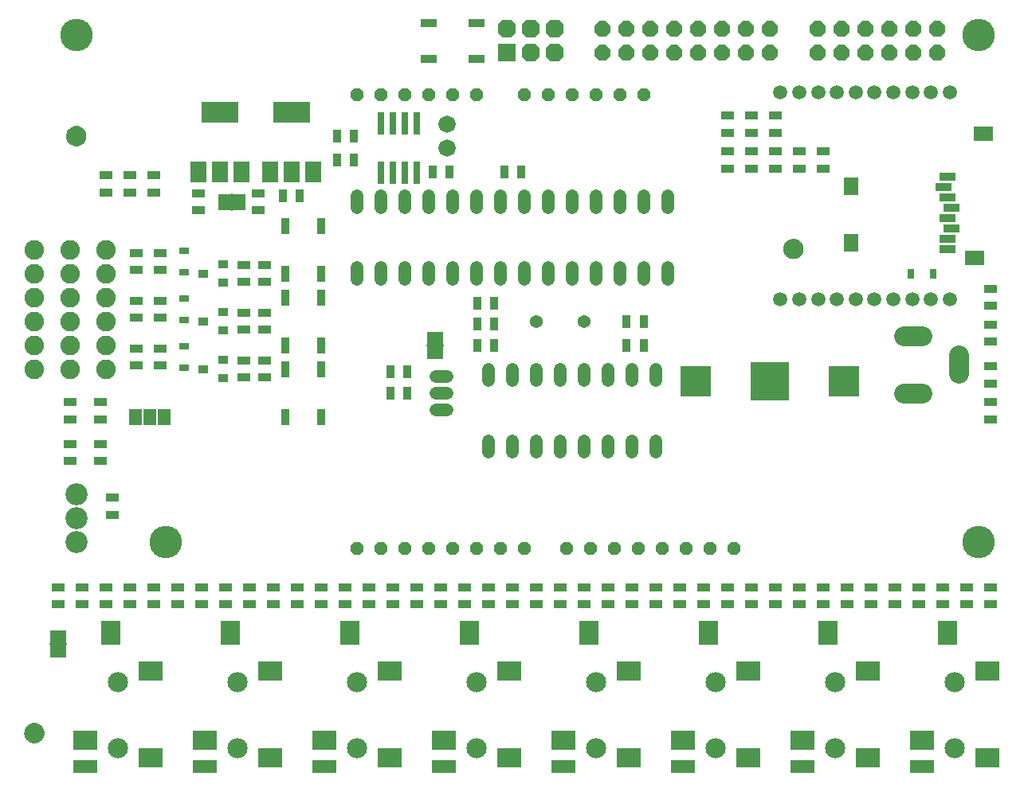
<source format=gts>
G75*
G70*
%OFA0B0*%
%FSLAX24Y24*%
%IPPOS*%
%LPD*%
%AMOC8*
5,1,8,0,0,1.08239X$1,22.5*
%
%ADD10C,0.1360*%
%ADD11C,0.0540*%
%ADD12R,0.0760X0.0760*%
%ADD13OC8,0.0760*%
%ADD14C,0.0820*%
%ADD15C,0.0920*%
%ADD16OC8,0.0660*%
%ADD17OC8,0.0560*%
%ADD18R,0.0808X0.0611*%
%ADD19R,0.0611X0.0769*%
%ADD20R,0.0651X0.0336*%
%ADD21R,0.0660X0.0360*%
%ADD22R,0.0532X0.0375*%
%ADD23R,0.0690X0.0520*%
%ADD24R,0.0720X0.0060*%
%ADD25R,0.0375X0.0532*%
%ADD26C,0.0520*%
%ADD27R,0.0414X0.0375*%
%ADD28R,0.0387X0.0308*%
%ADD29R,0.0520X0.0690*%
%ADD30C,0.0540*%
%ADD31R,0.1044X0.0847*%
%ADD32R,0.0847X0.1044*%
%ADD33R,0.1044X0.0532*%
%ADD34C,0.0847*%
%ADD35C,0.0847*%
%ADD36R,0.0650X0.0850*%
%ADD37R,0.1560X0.0850*%
%ADD38C,0.0590*%
%ADD39R,0.0060X0.0720*%
%ADD40R,0.0300X0.0930*%
%ADD41R,0.1620X0.1620*%
%ADD42R,0.1310X0.1310*%
%ADD43C,0.0720*%
%ADD44C,0.0050*%
%ADD45R,0.0360X0.0660*%
%ADD46R,0.0308X0.0387*%
D10*
X008170Y011410D03*
X004420Y032660D03*
X042170Y032660D03*
X042170Y011410D03*
D11*
X028670Y015170D02*
X028670Y015650D01*
X027670Y015650D02*
X027670Y015170D01*
X026670Y015170D02*
X026670Y015650D01*
X025670Y015650D02*
X025670Y015170D01*
X024670Y015170D02*
X024670Y015650D01*
X023670Y015650D02*
X023670Y015170D01*
X022670Y015170D02*
X022670Y015650D01*
X021670Y015650D02*
X021670Y015170D01*
X021670Y018170D02*
X021670Y018650D01*
X022670Y018650D02*
X022670Y018170D01*
X023670Y018170D02*
X023670Y018650D01*
X024670Y018650D02*
X024670Y018170D01*
X025670Y018170D02*
X025670Y018650D01*
X026670Y018650D02*
X026670Y018170D01*
X027670Y018170D02*
X027670Y018650D01*
X028670Y018650D02*
X028670Y018170D01*
X028170Y022420D02*
X028170Y022900D01*
X027170Y022900D02*
X027170Y022420D01*
X026170Y022420D02*
X026170Y022900D01*
X025170Y022900D02*
X025170Y022420D01*
X024170Y022420D02*
X024170Y022900D01*
X023170Y022900D02*
X023170Y022420D01*
X022170Y022420D02*
X022170Y022900D01*
X021170Y022900D02*
X021170Y022420D01*
X020170Y022420D02*
X020170Y022900D01*
X019170Y022900D02*
X019170Y022420D01*
X018170Y022420D02*
X018170Y022900D01*
X017170Y022900D02*
X017170Y022420D01*
X016170Y022420D02*
X016170Y022900D01*
X016170Y025420D02*
X016170Y025900D01*
X017170Y025900D02*
X017170Y025420D01*
X018170Y025420D02*
X018170Y025900D01*
X019170Y025900D02*
X019170Y025420D01*
X020170Y025420D02*
X020170Y025900D01*
X021170Y025900D02*
X021170Y025420D01*
X022170Y025420D02*
X022170Y025900D01*
X023170Y025900D02*
X023170Y025420D01*
X024170Y025420D02*
X024170Y025900D01*
X025170Y025900D02*
X025170Y025420D01*
X026170Y025420D02*
X026170Y025900D01*
X027170Y025900D02*
X027170Y025420D01*
X028170Y025420D02*
X028170Y025900D01*
X029170Y025900D02*
X029170Y025420D01*
X029170Y022900D02*
X029170Y022420D01*
D12*
X022420Y031910D03*
D13*
X023420Y031910D03*
X024420Y031910D03*
X024420Y032910D03*
X023420Y032910D03*
X022420Y032910D03*
D14*
X005670Y023660D03*
X005670Y022660D03*
X005670Y021660D03*
X005670Y020660D03*
X005670Y019660D03*
X005670Y018660D03*
X004170Y018660D03*
X004170Y019660D03*
X004170Y020660D03*
X004170Y021660D03*
X004170Y022660D03*
X004170Y023660D03*
X002670Y023660D03*
X002670Y022660D03*
X002670Y021660D03*
X002670Y020660D03*
X002670Y019660D03*
X002670Y018660D03*
D15*
X004420Y013410D03*
X004420Y012410D03*
X004420Y011410D03*
D16*
X026420Y031910D03*
X027420Y031910D03*
X028420Y031910D03*
X029420Y031910D03*
X030420Y031910D03*
X031420Y031910D03*
X032420Y031910D03*
X032420Y032910D03*
X031420Y032910D03*
X030420Y032910D03*
X029420Y032910D03*
X028420Y032910D03*
X027420Y032910D03*
X026420Y032910D03*
X033420Y032910D03*
X033420Y031910D03*
X035420Y031910D03*
X036420Y031910D03*
X037420Y031910D03*
X038420Y031910D03*
X038420Y032910D03*
X037420Y032910D03*
X036420Y032910D03*
X035420Y032910D03*
X039420Y032910D03*
X040420Y032910D03*
X040420Y031910D03*
X039420Y031910D03*
D17*
X028170Y030160D03*
X027170Y030160D03*
X026170Y030160D03*
X025170Y030160D03*
X024170Y030160D03*
X023170Y030160D03*
X021170Y030160D03*
X020170Y030160D03*
X019170Y030160D03*
X018170Y030160D03*
X017170Y030160D03*
X016170Y030160D03*
X016170Y011160D03*
X017170Y011160D03*
X018170Y011160D03*
X019170Y011160D03*
X020170Y011160D03*
X021170Y011160D03*
X022170Y011160D03*
X023170Y011160D03*
X024920Y011160D03*
X025920Y011160D03*
X026920Y011160D03*
X027920Y011160D03*
X028920Y011160D03*
X029920Y011160D03*
X030920Y011160D03*
X031920Y011160D03*
D18*
X042001Y023317D03*
X042355Y028514D03*
D19*
X036843Y026310D03*
X036843Y023947D03*
D20*
X040701Y026270D03*
X040859Y025837D03*
X041016Y025404D03*
X040859Y024971D03*
X041016Y024538D03*
X040859Y024105D03*
X040859Y023672D03*
X040859Y026703D03*
D21*
X021170Y031660D03*
X021170Y033160D03*
X019170Y033160D03*
X019170Y031660D03*
D22*
X012045Y026014D03*
X012045Y025306D03*
X009545Y025306D03*
X009545Y026014D03*
X007670Y026056D03*
X007670Y026764D03*
X006670Y026764D03*
X006670Y026056D03*
X005670Y026056D03*
X005670Y026764D03*
X006920Y023514D03*
X006920Y022806D03*
X007920Y022806D03*
X007920Y023514D03*
X007920Y021514D03*
X007920Y020806D03*
X006920Y020806D03*
X006920Y021514D03*
X006920Y019514D03*
X006920Y018806D03*
X007920Y018806D03*
X007920Y019514D03*
X005420Y017264D03*
X005420Y016556D03*
X004170Y016556D03*
X004170Y017264D03*
X004170Y015514D03*
X004170Y014806D03*
X005420Y014806D03*
X005420Y015514D03*
X005920Y013264D03*
X005920Y012556D03*
X005670Y009514D03*
X005670Y008806D03*
X004670Y008806D03*
X004670Y009514D03*
X003670Y009514D03*
X003670Y008806D03*
X006670Y008806D03*
X006670Y009514D03*
X007670Y009514D03*
X007670Y008806D03*
X008670Y008806D03*
X008670Y009514D03*
X009670Y009514D03*
X009670Y008806D03*
X010670Y008806D03*
X010670Y009514D03*
X011670Y009514D03*
X011670Y008806D03*
X012670Y008806D03*
X012670Y009514D03*
X013670Y009514D03*
X013670Y008806D03*
X014670Y008806D03*
X014670Y009514D03*
X015670Y009514D03*
X015670Y008806D03*
X016670Y008806D03*
X016670Y009514D03*
X017670Y009514D03*
X017670Y008806D03*
X018670Y008806D03*
X018670Y009514D03*
X019670Y009514D03*
X019670Y008806D03*
X020670Y008806D03*
X020670Y009514D03*
X021670Y009514D03*
X021670Y008806D03*
X022670Y008806D03*
X022670Y009514D03*
X023670Y009514D03*
X023670Y008806D03*
X024670Y008806D03*
X024670Y009514D03*
X025670Y009514D03*
X025670Y008806D03*
X026670Y008806D03*
X026670Y009514D03*
X027670Y009514D03*
X027670Y008806D03*
X028670Y008806D03*
X028670Y009514D03*
X029670Y009514D03*
X029670Y008806D03*
X030670Y008806D03*
X030670Y009514D03*
X031670Y009514D03*
X031670Y008806D03*
X032670Y008806D03*
X032670Y009514D03*
X033670Y009514D03*
X033670Y008806D03*
X034670Y008806D03*
X034670Y009514D03*
X035670Y009514D03*
X035670Y008806D03*
X036670Y008806D03*
X036670Y009514D03*
X037670Y009514D03*
X037670Y008806D03*
X038670Y008806D03*
X038670Y009514D03*
X039670Y009514D03*
X039670Y008806D03*
X040670Y008806D03*
X040670Y009514D03*
X041670Y009514D03*
X041670Y008806D03*
X042670Y008806D03*
X042670Y009514D03*
X042670Y016556D03*
X042670Y017264D03*
X042670Y018056D03*
X042670Y018764D03*
X042670Y019806D03*
X042670Y020514D03*
X042670Y021306D03*
X042670Y022014D03*
X035670Y027056D03*
X035670Y027764D03*
X034670Y027764D03*
X034670Y027056D03*
X033670Y027056D03*
X033670Y027764D03*
X033670Y028556D03*
X033670Y029264D03*
X032670Y029264D03*
X032670Y028556D03*
X032670Y027764D03*
X032670Y027056D03*
X031670Y027056D03*
X031670Y027764D03*
X031670Y028556D03*
X031670Y029264D03*
X012295Y023014D03*
X012295Y022306D03*
X011420Y022306D03*
X011420Y023014D03*
X011420Y021014D03*
X011420Y020306D03*
X012295Y020306D03*
X012295Y021014D03*
X012295Y019014D03*
X012295Y018306D03*
X011420Y018306D03*
X011420Y019014D03*
D23*
X019420Y019360D03*
X019420Y019960D03*
X003670Y007460D03*
X003670Y006860D03*
D24*
X003670Y007160D03*
X019420Y019660D03*
D25*
X018274Y018535D03*
X017566Y018535D03*
X017566Y017660D03*
X018274Y017660D03*
X021191Y019660D03*
X021899Y019660D03*
X021899Y020535D03*
X021191Y020535D03*
X021191Y021410D03*
X021899Y021410D03*
X027441Y020660D03*
X028149Y020660D03*
X028149Y019660D03*
X027441Y019660D03*
X023024Y026910D03*
X022316Y026910D03*
X020024Y026910D03*
X019316Y026910D03*
X016024Y027410D03*
X015316Y027410D03*
X015316Y028410D03*
X016024Y028410D03*
X013774Y025910D03*
X013066Y025910D03*
D26*
X019471Y018360D02*
X019931Y018360D01*
X019931Y017660D02*
X019471Y017660D01*
X019471Y016960D02*
X019931Y016960D01*
D27*
X010564Y018286D03*
X009737Y018660D03*
X010564Y019034D03*
X010564Y020286D03*
X009737Y020660D03*
X010564Y021034D03*
X010564Y022286D03*
X009737Y022660D03*
X010564Y023034D03*
D28*
X008920Y022707D03*
X008920Y021613D03*
X008920Y020707D03*
X008920Y019613D03*
X008920Y018707D03*
X008920Y023613D03*
D29*
X010620Y025660D03*
X011220Y025660D03*
X008114Y016660D03*
X007514Y016660D03*
X006914Y016660D03*
D30*
X023670Y020660D03*
X025670Y020660D03*
D31*
X027528Y006016D03*
X029812Y003103D03*
X027528Y002394D03*
X024812Y003103D03*
X022528Y002394D03*
X019812Y003103D03*
X017528Y002394D03*
X014812Y003103D03*
X012528Y002394D03*
X009812Y003103D03*
X007528Y002394D03*
X004812Y003103D03*
X007528Y006016D03*
X012528Y006016D03*
X017528Y006016D03*
X022528Y006016D03*
X032528Y006016D03*
X034812Y003103D03*
X032528Y002394D03*
X037528Y002394D03*
X039812Y003103D03*
X042528Y002394D03*
X042528Y006016D03*
X037528Y006016D03*
D32*
X035875Y007611D03*
X040875Y007611D03*
X030875Y007611D03*
X025875Y007611D03*
X020875Y007611D03*
X015875Y007611D03*
X010875Y007611D03*
X005875Y007611D03*
D33*
X004812Y002001D03*
X009812Y002001D03*
X014812Y002001D03*
X019812Y002001D03*
X024812Y002001D03*
X029812Y002001D03*
X034812Y002001D03*
X039812Y002001D03*
D34*
X041170Y002788D03*
X041170Y005544D03*
X036170Y005544D03*
X036170Y002788D03*
X031170Y002788D03*
X031170Y005544D03*
X026170Y005544D03*
X026170Y002788D03*
X021170Y002788D03*
X021170Y005544D03*
X016170Y005544D03*
X016170Y002788D03*
X011170Y002788D03*
X011170Y005544D03*
X006170Y005544D03*
X006170Y002788D03*
D35*
X039026Y017660D02*
X039814Y017660D01*
X041320Y018466D02*
X041320Y019254D01*
X039814Y020060D02*
X039026Y020060D01*
D36*
X014330Y026920D03*
X013430Y026920D03*
X012530Y026920D03*
X011330Y026920D03*
X010430Y026920D03*
X009530Y026920D03*
D37*
X010420Y029400D03*
X013420Y029400D03*
D38*
X033877Y030241D03*
X034664Y030241D03*
X035451Y030241D03*
X036239Y030241D03*
X037026Y030241D03*
X037814Y030241D03*
X038601Y030241D03*
X039389Y030241D03*
X040176Y030241D03*
X040963Y030241D03*
X040963Y021579D03*
X040176Y021579D03*
X039389Y021579D03*
X038601Y021579D03*
X037814Y021579D03*
X037026Y021579D03*
X036239Y021579D03*
X035451Y021579D03*
X034664Y021579D03*
X033877Y021579D03*
D39*
X010920Y025660D03*
D40*
X017170Y026880D03*
X017670Y026880D03*
X018170Y026880D03*
X018670Y026880D03*
X018670Y028940D03*
X018170Y028940D03*
X017670Y028940D03*
X017170Y028940D03*
D41*
X033420Y018160D03*
D42*
X036520Y018160D03*
X030320Y018160D03*
D43*
X019920Y027910D03*
X019920Y028910D03*
D44*
X002417Y003108D02*
X002473Y003069D01*
X002535Y003040D01*
X002602Y003022D01*
X002670Y003016D01*
X002738Y003022D01*
X002805Y003040D01*
X002867Y003069D01*
X002923Y003108D01*
X002972Y003157D01*
X003011Y003213D01*
X003040Y003275D01*
X003058Y003342D01*
X003064Y003410D01*
X003058Y003478D01*
X003040Y003545D01*
X003011Y003607D01*
X002972Y003663D01*
X002923Y003712D01*
X002867Y003751D01*
X002805Y003780D01*
X002738Y003798D01*
X002670Y003804D01*
X002602Y003798D01*
X002535Y003780D01*
X002473Y003751D01*
X002417Y003712D01*
X002368Y003663D01*
X002329Y003607D01*
X002300Y003545D01*
X002282Y003478D01*
X002276Y003410D01*
X002282Y003342D01*
X002300Y003275D01*
X002329Y003213D01*
X002368Y003157D01*
X002417Y003108D01*
X002429Y003100D02*
X002911Y003100D01*
X002963Y003149D02*
X002377Y003149D01*
X002340Y003197D02*
X003000Y003197D01*
X003026Y003246D02*
X002314Y003246D01*
X002295Y003294D02*
X003045Y003294D01*
X003058Y003343D02*
X002282Y003343D01*
X002278Y003391D02*
X003062Y003391D01*
X003061Y003440D02*
X002279Y003440D01*
X002285Y003488D02*
X003055Y003488D01*
X003042Y003537D02*
X002298Y003537D01*
X002319Y003585D02*
X003021Y003585D01*
X002992Y003634D02*
X002348Y003634D01*
X002387Y003682D02*
X002953Y003682D01*
X002896Y003731D02*
X002444Y003731D01*
X002533Y003779D02*
X002807Y003779D01*
X002829Y003052D02*
X002511Y003052D01*
X004420Y028016D02*
X004488Y028022D01*
X004555Y028040D01*
X004617Y028069D01*
X004673Y028108D01*
X004722Y028157D01*
X004761Y028213D01*
X004790Y028275D01*
X004808Y028342D01*
X004814Y028410D01*
X004808Y028478D01*
X004790Y028545D01*
X004761Y028607D01*
X004722Y028663D01*
X004673Y028712D01*
X004617Y028751D01*
X004555Y028780D01*
X004488Y028798D01*
X004420Y028804D01*
X004352Y028798D01*
X004285Y028780D01*
X004223Y028751D01*
X004167Y028712D01*
X004118Y028663D01*
X004079Y028607D01*
X004050Y028545D01*
X004032Y028478D01*
X004026Y028410D01*
X004032Y028342D01*
X004050Y028275D01*
X004079Y028213D01*
X004118Y028157D01*
X004167Y028108D01*
X004223Y028069D01*
X004285Y028040D01*
X004352Y028022D01*
X004420Y028016D01*
X004326Y028029D02*
X004514Y028029D01*
X004629Y028078D02*
X004211Y028078D01*
X004149Y028126D02*
X004691Y028126D01*
X004734Y028175D02*
X004106Y028175D01*
X004074Y028223D02*
X004766Y028223D01*
X004788Y028272D02*
X004052Y028272D01*
X004038Y028320D02*
X004802Y028320D01*
X004810Y028369D02*
X004030Y028369D01*
X004027Y028417D02*
X004813Y028417D01*
X004809Y028466D02*
X004031Y028466D01*
X004042Y028514D02*
X004798Y028514D01*
X004782Y028563D02*
X004058Y028563D01*
X004082Y028611D02*
X004758Y028611D01*
X004724Y028660D02*
X004116Y028660D01*
X004163Y028708D02*
X004677Y028708D01*
X004605Y028757D02*
X004235Y028757D01*
X034032Y023760D02*
X034026Y023691D01*
X034032Y023623D01*
X034050Y023557D01*
X034079Y023494D01*
X034118Y023438D01*
X034167Y023390D01*
X034223Y023350D01*
X034285Y023321D01*
X034352Y023304D01*
X034420Y023298D01*
X034488Y023304D01*
X034555Y023321D01*
X034617Y023350D01*
X034673Y023390D01*
X034722Y023438D01*
X034761Y023494D01*
X034790Y023557D01*
X034808Y023623D01*
X034814Y023691D01*
X034808Y023760D01*
X034790Y023826D01*
X034761Y023888D01*
X034722Y023944D01*
X034673Y023993D01*
X034617Y024032D01*
X034555Y024061D01*
X034488Y024079D01*
X034420Y024085D01*
X034352Y024079D01*
X034285Y024061D01*
X034223Y024032D01*
X034167Y023993D01*
X034118Y023944D01*
X034079Y023888D01*
X034050Y023826D01*
X034032Y023760D01*
X034033Y023761D02*
X034807Y023761D01*
X034812Y023713D02*
X034028Y023713D01*
X034029Y023664D02*
X034811Y023664D01*
X034806Y023616D02*
X034034Y023616D01*
X034047Y023567D02*
X034793Y023567D01*
X034772Y023519D02*
X034068Y023519D01*
X034096Y023470D02*
X034744Y023470D01*
X034705Y023422D02*
X034135Y023422D01*
X034191Y023373D02*
X034649Y023373D01*
X034562Y023325D02*
X034278Y023325D01*
X034046Y023810D02*
X034794Y023810D01*
X034775Y023858D02*
X034065Y023858D01*
X034092Y023907D02*
X034748Y023907D01*
X034711Y023955D02*
X034129Y023955D01*
X034182Y024004D02*
X034658Y024004D01*
X034574Y024052D02*
X034266Y024052D01*
D45*
X014670Y024660D03*
X013170Y024660D03*
X013170Y022660D03*
X013170Y021660D03*
X014670Y021660D03*
X014670Y022660D03*
X014670Y019660D03*
X014670Y018660D03*
X013170Y018660D03*
X013170Y019660D03*
X013170Y016660D03*
X014670Y016660D03*
D46*
X039342Y022629D03*
X040248Y022629D03*
M02*

</source>
